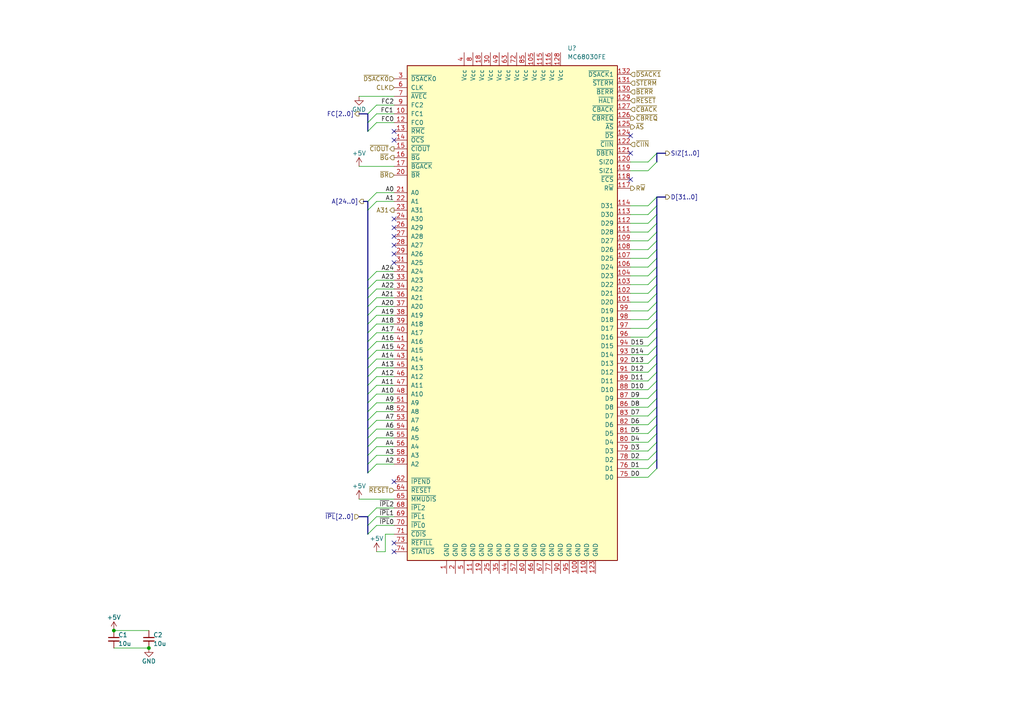
<source format=kicad_sch>
(kicad_sch (version 20211123) (generator eeschema)
  (paper "A4")
  (lib_symbols
    (symbol "Device:C_Small" (pin_numbers hide) (pin_names (offset 0.254) hide)
      (property "Reference" "C" (at 0.254 1.778 0))
      (property "Value" "C_Small" (at 0.254 -2.032 0))
      (symbol "C_Small_0_1"
        (polyline (pts (xy -1.524 -0.508) (xy 1.524 -0.508)) (stroke (width 0.3302)))
        (polyline (pts (xy -1.524 0.508) (xy 1.524 0.508)) (stroke (width 0.3048)))
      )
      (symbol "C_Small_1_1"
        (pin passive line (at 0 2.54 270) (length 2.032) (name "~") (number "1"))
        (pin passive line (at 0 -2.54 90) (length 2.032) (name "~") (number "2"))
      )
    )
    (symbol "GW_CPU:MC68030FE" (pin_names (offset 1.016))
      (property "Reference" "U" (at 1.27 66.04 0))
      (property "Value" "MC68030FE" (at 1.27 63.5 0))
      (symbol "MC68030FE_0_1"
        (rectangle (start 30.48 -60.96) (end -30.48 82.55) (stroke (width 0.254)) (fill (type background)))
      )
      (symbol "MC68030FE_1_1"
        (pin power_in line (at -19.05 -64.77 90) (length 3.81) (name "GND") (number "1"))
        (pin tri_state line (at -34.29 68.58 0) (length 3.81) (name "FC1") (number "10"))
        (pin power_in line (at 19.05 -64.77 90) (length 3.81) (name "GND") (number "100"))
        (pin bidirectional line (at 34.29 13.97 180) (length 3.81) (name "D20") (number "101"))
        (pin bidirectional line (at 34.29 16.51 180) (length 3.81) (name "D21") (number "102"))
        (pin bidirectional line (at 34.29 19.05 180) (length 3.81) (name "D22") (number "103"))
        (pin bidirectional line (at 34.29 21.59 180) (length 3.81) (name "D23") (number "104"))
        (pin power_in line (at 6.35 86.36 270) (length 3.81) (name "Vcc") (number "105"))
        (pin bidirectional line (at 34.29 24.13 180) (length 3.81) (name "D24") (number "106"))
        (pin bidirectional line (at 34.29 26.67 180) (length 3.81) (name "D25") (number "107"))
        (pin bidirectional line (at 34.29 29.21 180) (length 3.81) (name "D26") (number "108"))
        (pin bidirectional line (at 34.29 31.75 180) (length 3.81) (name "D27") (number "109"))
        (pin power_in line (at -11.43 -64.77 90) (length 3.81) (name "GND") (number "11"))
        (pin power_in line (at 21.59 -64.77 90) (length 3.81) (name "GND") (number "110"))
        (pin bidirectional line (at 34.29 34.29 180) (length 3.81) (name "D28") (number "111"))
        (pin bidirectional line (at 34.29 36.83 180) (length 3.81) (name "D29") (number "112"))
        (pin bidirectional line (at 34.29 39.37 180) (length 3.81) (name "D30") (number "113"))
        (pin bidirectional line (at 34.29 41.91 180) (length 3.81) (name "D31") (number "114"))
        (pin power_in line (at 8.89 86.36 270) (length 3.81) (name "Vcc") (number "115"))
        (pin power_in line (at 11.43 86.36 270) (length 3.81) (name "Vcc") (number "116"))
        (pin tri_state line (at 34.29 46.99 180) (length 3.81) (name "R~{W}") (number "117"))
        (pin tri_state line (at 34.29 49.53 180) (length 3.81) (name "~{ECS}") (number "118"))
        (pin tri_state line (at 34.29 52.07 180) (length 3.81) (name "SIZ1") (number "119"))
        (pin tri_state line (at -34.29 66.04 0) (length 3.81) (name "FC0") (number "12"))
        (pin tri_state line (at 34.29 54.61 180) (length 3.81) (name "SIZ0") (number "120"))
        (pin output line (at 34.29 57.15 180) (length 3.81) (name "~{DBEN}") (number "121"))
        (pin input line (at 34.29 59.69 180) (length 3.81) (name "~{CIIN}") (number "122"))
        (pin power_in line (at 24.13 -64.77 90) (length 3.81) (name "GND") (number "123"))
        (pin tri_state line (at 34.29 62.23 180) (length 3.81) (name "~{DS}") (number "124"))
        (pin tri_state line (at 34.29 64.77 180) (length 3.81) (name "~{AS}") (number "125"))
        (pin tri_state line (at 34.29 67.31 180) (length 3.81) (name "~{CBREQ}") (number "126"))
        (pin input line (at 34.29 69.85 180) (length 3.81) (name "~{CBACK}") (number "127"))
        (pin power_in line (at 13.97 86.36 270) (length 3.81) (name "Vcc") (number "128"))
        (pin input line (at 34.29 72.39 180) (length 3.81) (name "~{HALT}") (number "129"))
        (pin tri_state line (at -34.29 63.5 0) (length 3.81) (name "~{RMC}") (number "13"))
        (pin input line (at 34.29 74.93 180) (length 3.81) (name "~{BERR}") (number "130"))
        (pin input line (at 34.29 77.47 180) (length 3.81) (name "~{STERM}") (number "131"))
        (pin input line (at 34.29 80.01 180) (length 3.81) (name "~{DSACK}1") (number "132"))
        (pin tri_state line (at -34.29 60.96 0) (length 3.81) (name "~{OCS}") (number "14"))
        (pin tri_state line (at -34.29 58.42 0) (length 3.81) (name "~{CIOUT}") (number "15"))
        (pin output line (at -34.29 55.88 0) (length 3.81) (name "~{BG}") (number "16"))
        (pin input line (at -34.29 53.34 0) (length 3.81) (name "~{BGACK}") (number "17"))
        (pin power_in line (at -8.89 86.36 270) (length 3.81) (name "Vcc") (number "18"))
        (pin power_in line (at -8.89 -64.77 90) (length 3.81) (name "GND") (number "19"))
        (pin power_in line (at -16.51 -64.77 90) (length 3.81) (name "GND") (number "2"))
        (pin input line (at -34.29 50.8 0) (length 3.81) (name "~{BR}") (number "20"))
        (pin tri_state line (at -34.29 45.72 0) (length 3.81) (name "A0") (number "21"))
        (pin tri_state line (at -34.29 43.18 0) (length 3.81) (name "A1") (number "22"))
        (pin tri_state line (at -34.29 40.64 0) (length 3.81) (name "A31") (number "23"))
        (pin tri_state line (at -34.29 38.1 0) (length 3.81) (name "A30") (number "24"))
        (pin power_in line (at -6.35 -64.77 90) (length 3.81) (name "GND") (number "25"))
        (pin tri_state line (at -34.29 35.56 0) (length 3.81) (name "A29") (number "26"))
        (pin tri_state line (at -34.29 33.02 0) (length 3.81) (name "A28") (number "27"))
        (pin tri_state line (at -34.29 30.48 0) (length 3.81) (name "A27") (number "28"))
        (pin tri_state line (at -34.29 27.94 0) (length 3.81) (name "A26") (number "29"))
        (pin input line (at -34.29 78.74 0) (length 3.81) (name "~{DSACK}0") (number "3"))
        (pin power_in line (at -6.35 86.36 270) (length 3.81) (name "Vcc") (number "30"))
        (pin tri_state line (at -34.29 25.4 0) (length 3.81) (name "A25") (number "31"))
        (pin tri_state line (at -34.29 22.86 0) (length 3.81) (name "A24") (number "32"))
        (pin tri_state line (at -34.29 20.32 0) (length 3.81) (name "A23") (number "33"))
        (pin tri_state line (at -34.29 17.78 0) (length 3.81) (name "A22") (number "34"))
        (pin power_in line (at -3.81 -64.77 90) (length 3.81) (name "GND") (number "35"))
        (pin tri_state line (at -34.29 15.24 0) (length 3.81) (name "A21") (number "36"))
        (pin tri_state line (at -34.29 12.7 0) (length 3.81) (name "A20") (number "37"))
        (pin tri_state line (at -34.29 10.16 0) (length 3.81) (name "A19") (number "38"))
        (pin tri_state line (at -34.29 7.62 0) (length 3.81) (name "A18") (number "39"))
        (pin power_in line (at -13.97 86.36 270) (length 3.81) (name "Vcc") (number "4"))
        (pin tri_state line (at -34.29 5.08 0) (length 3.81) (name "A17") (number "40"))
        (pin tri_state line (at -34.29 2.54 0) (length 3.81) (name "A16") (number "41"))
        (pin tri_state line (at -34.29 0 0) (length 3.81) (name "A15") (number "42"))
        (pin tri_state line (at -34.29 -2.54 0) (length 3.81) (name "A14") (number "43"))
        (pin power_in line (at -1.27 -64.77 90) (length 3.81) (name "GND") (number "44"))
        (pin tri_state line (at -34.29 -5.08 0) (length 3.81) (name "A13") (number "45"))
        (pin tri_state line (at -34.29 -7.62 0) (length 3.81) (name "A12") (number "46"))
        (pin tri_state line (at -34.29 -10.16 0) (length 3.81) (name "A11") (number "47"))
        (pin tri_state line (at -34.29 -12.7 0) (length 3.81) (name "A10") (number "48"))
        (pin power_in line (at -3.81 86.36 270) (length 3.81) (name "Vcc") (number "49"))
        (pin power_in line (at -13.97 -64.77 90) (length 3.81) (name "GND") (number "5"))
        (pin tri_state line (at -34.29 -15.24 0) (length 3.81) (name "A9") (number "51"))
        (pin tri_state line (at -34.29 -17.78 0) (length 3.81) (name "A8") (number "52"))
        (pin tri_state line (at -34.29 -20.32 0) (length 3.81) (name "A7") (number "53"))
        (pin tri_state line (at -34.29 -22.86 0) (length 3.81) (name "A6") (number "54"))
        (pin tri_state line (at -34.29 -25.4 0) (length 3.81) (name "A5") (number "55"))
        (pin tri_state line (at -34.29 -27.94 0) (length 3.81) (name "A4") (number "56"))
        (pin power_in line (at 1.27 -64.77 90) (length 3.81) (name "GND") (number "57"))
        (pin tri_state line (at -34.29 -30.48 0) (length 3.81) (name "A3") (number "58"))
        (pin tri_state line (at -34.29 -33.02 0) (length 3.81) (name "A2") (number "59"))
        (pin input line (at -34.29 76.2 0) (length 3.81) (name "CLK") (number "6"))
        (pin power_in line (at 3.81 -64.77 90) (length 3.81) (name "GND") (number "60"))
        (pin output line (at -34.29 -38.1 0) (length 3.81) (name "~{IPEND}") (number "62"))
        (pin power_in line (at -1.27 86.36 270) (length 3.81) (name "Vcc") (number "63"))
        (pin open_collector line (at -34.29 -40.64 0) (length 3.81) (name "~{RESET}") (number "64"))
        (pin input line (at -34.29 -43.18 0) (length 3.81) (name "~{MMUDIS}") (number "65"))
        (pin power_in line (at 6.35 -64.77 90) (length 3.81) (name "GND") (number "66"))
        (pin power_in line (at 8.89 -64.77 90) (length 3.81) (name "GND") (number "67"))
        (pin input line (at -34.29 -45.72 0) (length 3.81) (name "~{IPL}2") (number "68"))
        (pin input line (at -34.29 -48.26 0) (length 3.81) (name "~{IPL}1") (number "69"))
        (pin input line (at -34.29 73.66 0) (length 3.81) (name "~{AVEC}") (number "7"))
        (pin input line (at -34.29 -50.8 0) (length 3.81) (name "~{IPL}0") (number "70"))
        (pin input line (at -34.29 -53.34 0) (length 3.81) (name "~{CDIS}") (number "71"))
        (pin power_in line (at 1.27 86.36 270) (length 3.81) (name "Vcc") (number "72"))
        (pin output line (at -34.29 -55.88 0) (length 3.81) (name "~{REFILL}") (number "73"))
        (pin output line (at -34.29 -58.42 0) (length 3.81) (name "~{STATUS}") (number "74"))
        (pin bidirectional line (at 34.29 -36.83 180) (length 3.81) (name "D0") (number "75"))
        (pin bidirectional line (at 34.29 -34.29 180) (length 3.81) (name "D1") (number "76"))
        (pin power_in line (at 11.43 -64.77 90) (length 3.81) (name "GND") (number "77"))
        (pin bidirectional line (at 34.29 -31.75 180) (length 3.81) (name "D2") (number "78"))
        (pin bidirectional line (at 34.29 -29.21 180) (length 3.81) (name "D3") (number "79"))
        (pin power_in line (at -11.43 86.36 270) (length 3.81) (name "Vcc") (number "8"))
        (pin bidirectional line (at 34.29 -26.67 180) (length 3.81) (name "D4") (number "80"))
        (pin bidirectional line (at 34.29 -24.13 180) (length 3.81) (name "D5") (number "81"))
        (pin bidirectional line (at 34.29 -21.59 180) (length 3.81) (name "D6") (number "82"))
        (pin bidirectional line (at 34.29 -19.05 180) (length 3.81) (name "D7") (number "83"))
        (pin power_in line (at 3.81 86.36 270) (length 3.81) (name "Vcc") (number "85"))
        (pin bidirectional line (at 34.29 -16.51 180) (length 3.81) (name "D8") (number "86"))
        (pin bidirectional line (at 34.29 -13.97 180) (length 3.81) (name "D9") (number "87"))
        (pin bidirectional line (at 34.29 -11.43 180) (length 3.81) (name "D10") (number "88"))
        (pin bidirectional line (at 34.29 -8.89 180) (length 3.81) (name "D11") (number "89"))
        (pin tri_state line (at -34.29 71.12 0) (length 3.81) (name "FC2") (number "9"))
        (pin power_in line (at 13.97 -64.77 90) (length 3.81) (name "GND") (number "90"))
        (pin bidirectional line (at 34.29 -6.35 180) (length 3.81) (name "D12") (number "91"))
        (pin bidirectional line (at 34.29 -3.81 180) (length 3.81) (name "D13") (number "92"))
        (pin bidirectional line (at 34.29 -1.27 180) (length 3.81) (name "D14") (number "93"))
        (pin bidirectional line (at 34.29 1.27 180) (length 3.81) (name "D15") (number "94"))
        (pin power_in line (at 16.51 -64.77 90) (length 3.81) (name "GND") (number "95"))
        (pin bidirectional line (at 34.29 3.81 180) (length 3.81) (name "D16") (number "96"))
        (pin bidirectional line (at 34.29 6.35 180) (length 3.81) (name "D17") (number "97"))
        (pin bidirectional line (at 34.29 8.89 180) (length 3.81) (name "D18") (number "98"))
        (pin bidirectional line (at 34.29 11.43 180) (length 3.81) (name "D19") (number "99"))
      )
    )
    (symbol "power:+5V" (power) (pin_names (offset 0))
      (property "Value" "+5V" (at 0 3.556 0))
      (symbol "+5V_0_1"
        (polyline (pts (xy -0.762 1.27) (xy 0 2.54)))
        (polyline (pts (xy 0 0) (xy 0 2.54)))
        (polyline (pts (xy 0 2.54) (xy 0.762 1.27)))
      )
      (symbol "+5V_1_1"
        (pin power_in line (at 0 0 90) (length 0) hide (name "+5V") (number "1"))
      )
    )
    (symbol "power:GND" (power) (pin_names (offset 0))
      (property "Value" "GND" (at 0 -3.81 0))
      (symbol "GND_0_1"
        (polyline (pts (xy 0 0) (xy 0 -1.27) (xy 1.27 -1.27) (xy 0 -2.54) (xy -1.27 -1.27) (xy 0 -1.27)))
      )
      (symbol "GND_1_1"
        (pin power_in line (at 0 0 270) (length 0) hide (name "GND") (number "1"))
      )
    )
  )
  (junction (at 43.18 187.96))
  (junction (at 33.02 182.88))
  (no_connect (at 114.3 157.48))
  (no_connect (at 114.3 160.02))
  (no_connect (at 114.3 139.7))
  (no_connect (at 182.88 44.45))
  (no_connect (at 114.3 63.5))
  (no_connect (at 114.3 66.04))
  (no_connect (at 114.3 68.58))
  (no_connect (at 114.3 71.12))
  (no_connect (at 114.3 73.66))
  (no_connect (at 114.3 76.2))
  (no_connect (at 182.88 52.07))
  (no_connect (at 182.88 39.37))
  (no_connect (at 114.3 40.64))
  (no_connect (at 114.3 38.1))
  (bus_entry (at 109.22 152.4) (size -2.54 2.54))
  (bus_entry (at 109.22 96.52) (size -2.54 2.54))
  (bus_entry (at 109.22 147.32) (size -2.54 2.54))
  (bus_entry (at 187.96 102.87) (size 2.54 -2.54))
  (bus_entry (at 109.22 127) (size -2.54 2.54))
  (bus_entry (at 187.96 59.69) (size 2.54 -2.54))
  (bus_entry (at 187.96 64.77) (size 2.54 -2.54))
  (bus_entry (at 187.96 110.49) (size 2.54 -2.54))
  (bus_entry (at 109.22 104.14) (size -2.54 2.54))
  (bus_entry (at 187.96 80.01) (size 2.54 -2.54))
  (bus_entry (at 187.96 67.31) (size 2.54 -2.54))
  (bus_entry (at 187.96 46.99) (size 2.54 -2.54))
  (bus_entry (at 187.96 69.85) (size 2.54 -2.54))
  (bus_entry (at 109.22 88.9) (size -2.54 2.54))
  (bus_entry (at 187.96 95.25) (size 2.54 -2.54))
  (bus_entry (at 109.22 83.82) (size -2.54 2.54))
  (bus_entry (at 187.96 74.93) (size 2.54 -2.54))
  (bus_entry (at 109.22 86.36) (size -2.54 2.54))
  (bus_entry (at 109.22 99.06) (size -2.54 2.54))
  (bus_entry (at 109.22 93.98) (size -2.54 2.54))
  (bus_entry (at 187.96 62.23) (size 2.54 -2.54))
  (bus_entry (at 187.96 72.39) (size 2.54 -2.54))
  (bus_entry (at 187.96 105.41) (size 2.54 -2.54))
  (bus_entry (at 187.96 90.17) (size 2.54 -2.54))
  (bus_entry (at 109.22 119.38) (size -2.54 2.54))
  (bus_entry (at 109.22 30.48) (size -2.54 2.54))
  (bus_entry (at 109.22 33.02) (size -2.54 2.54))
  (bus_entry (at 187.96 97.79) (size 2.54 -2.54))
  (bus_entry (at 109.22 114.3) (size -2.54 2.54))
  (bus_entry (at 187.96 82.55) (size 2.54 -2.54))
  (bus_entry (at 109.22 101.6) (size -2.54 2.54))
  (bus_entry (at 109.22 55.88) (size -2.54 2.54))
  (bus_entry (at 109.22 149.86) (size -2.54 2.54))
  (bus_entry (at 187.96 138.43) (size 2.54 -2.54))
  (bus_entry (at 187.96 92.71) (size 2.54 -2.54))
  (bus_entry (at 187.96 77.47) (size 2.54 -2.54))
  (bus_entry (at 187.96 113.03) (size 2.54 -2.54))
  (bus_entry (at 187.96 85.09) (size 2.54 -2.54))
  (bus_entry (at 187.96 123.19) (size 2.54 -2.54))
  (bus_entry (at 187.96 118.11) (size 2.54 -2.54))
  (bus_entry (at 187.96 130.81) (size 2.54 -2.54))
  (bus_entry (at 187.96 133.35) (size 2.54 -2.54))
  (bus_entry (at 109.22 58.42) (size -2.54 2.54))
  (bus_entry (at 187.96 115.57) (size 2.54 -2.54))
  (bus_entry (at 109.22 116.84) (size -2.54 2.54))
  (bus_entry (at 109.22 81.28) (size -2.54 2.54))
  (bus_entry (at 187.96 107.95) (size 2.54 -2.54))
  (bus_entry (at 187.96 49.53) (size 2.54 -2.54))
  (bus_entry (at 109.22 78.74) (size -2.54 2.54))
  (bus_entry (at 109.22 134.62) (size -2.54 2.54))
  (bus_entry (at 109.22 91.44) (size -2.54 2.54))
  (bus_entry (at 109.22 132.08) (size -2.54 2.54))
  (bus_entry (at 109.22 129.54) (size -2.54 2.54))
  (bus_entry (at 187.96 135.89) (size 2.54 -2.54))
  (bus_entry (at 187.96 125.73) (size 2.54 -2.54))
  (bus_entry (at 109.22 121.92) (size -2.54 2.54))
  (bus_entry (at 187.96 120.65) (size 2.54 -2.54))
  (bus_entry (at 187.96 128.27) (size 2.54 -2.54))
  (bus_entry (at 109.22 111.76) (size -2.54 2.54))
  (bus_entry (at 109.22 35.56) (size -2.54 2.54))
  (bus_entry (at 187.96 87.63) (size 2.54 -2.54))
  (bus_entry (at 109.22 124.46) (size -2.54 2.54))
  (bus_entry (at 187.96 100.33) (size 2.54 -2.54))
  (bus_entry (at 109.22 106.68) (size -2.54 2.54))
  (bus_entry (at 109.22 109.22) (size -2.54 2.54))
  (bus (pts (xy 190.5 107.95) (xy 190.5 105.41)))
  (wire (pts (xy 114.3 114.3) (xy 109.22 114.3)))
  (bus (pts (xy 106.68 119.38) (xy 106.68 121.92)))
  (wire (pts (xy 114.3 35.56) (xy 109.22 35.56)))
  (wire (pts (xy 182.88 133.35) (xy 187.96 133.35)))
  (bus (pts (xy 190.5 57.15) (xy 193.04 57.15)))
  (wire (pts (xy 182.88 115.57) (xy 187.96 115.57)))
  (bus (pts (xy 190.5 59.69) (xy 190.5 62.23)))
  (wire (pts (xy 182.88 118.11) (xy 187.96 118.11)))
  (wire (pts (xy 182.88 97.79) (xy 187.96 97.79)))
  (bus (pts (xy 106.68 60.96) (xy 106.68 81.28)))
  (bus (pts (xy 106.68 127) (xy 106.68 129.54)))
  (wire (pts (xy 114.3 124.46) (xy 109.22 124.46)))
  (bus (pts (xy 106.68 109.22) (xy 106.68 111.76)))
  (bus (pts (xy 106.68 101.6) (xy 106.68 104.14)))
  (bus (pts (xy 190.5 113.03) (xy 190.5 110.49)))
  (wire (pts (xy 114.3 91.44) (xy 109.22 91.44)))
  (bus (pts (xy 190.5 87.63) (xy 190.5 90.17)))
  (wire (pts (xy 104.14 48.26) (xy 114.3 48.26)))
  (wire (pts (xy 114.3 99.06) (xy 109.22 99.06)))
  (bus (pts (xy 106.68 132.08) (xy 106.68 134.62)))
  (bus (pts (xy 106.68 111.76) (xy 106.68 114.3)))
  (bus (pts (xy 105.41 58.42) (xy 106.68 58.42)))
  (wire (pts (xy 182.88 128.27) (xy 187.96 128.27)))
  (wire (pts (xy 182.88 105.41) (xy 187.96 105.41)))
  (wire (pts (xy 182.88 46.99) (xy 187.96 46.99)))
  (bus (pts (xy 106.68 91.44) (xy 106.68 93.98)))
  (bus (pts (xy 190.5 115.57) (xy 190.5 113.03)))
  (bus (pts (xy 190.5 80.01) (xy 190.5 82.55)))
  (wire (pts (xy 182.88 80.01) (xy 187.96 80.01)))
  (bus (pts (xy 190.5 105.41) (xy 190.5 102.87)))
  (bus (pts (xy 190.5 110.49) (xy 190.5 107.95)))
  (bus (pts (xy 190.5 123.19) (xy 190.5 120.65)))
  (bus (pts (xy 190.5 120.65) (xy 190.5 118.11)))
  (wire (pts (xy 114.3 134.62) (xy 109.22 134.62)))
  (wire (pts (xy 114.3 83.82) (xy 109.22 83.82)))
  (wire (pts (xy 182.88 113.03) (xy 187.96 113.03)))
  (bus (pts (xy 190.5 44.45) (xy 190.5 46.99)))
  (bus (pts (xy 106.68 124.46) (xy 106.68 127)))
  (bus (pts (xy 106.68 129.54) (xy 106.68 132.08)))
  (bus (pts (xy 190.5 67.31) (xy 190.5 69.85)))
  (wire (pts (xy 182.88 62.23) (xy 187.96 62.23)))
  (wire (pts (xy 114.3 109.22) (xy 109.22 109.22)))
  (bus (pts (xy 106.68 99.06) (xy 106.68 101.6)))
  (bus (pts (xy 190.5 62.23) (xy 190.5 64.77)))
  (bus (pts (xy 190.5 130.81) (xy 190.5 128.27)))
  (wire (pts (xy 182.88 123.19) (xy 187.96 123.19)))
  (wire (pts (xy 114.3 33.02) (xy 109.22 33.02)))
  (wire (pts (xy 182.88 69.85) (xy 187.96 69.85)))
  (bus (pts (xy 190.5 64.77) (xy 190.5 67.31)))
  (bus (pts (xy 190.5 69.85) (xy 190.5 72.39)))
  (bus (pts (xy 190.5 128.27) (xy 190.5 125.73)))
  (bus (pts (xy 106.68 86.36) (xy 106.68 88.9)))
  (wire (pts (xy 104.14 144.78) (xy 114.3 144.78)))
  (bus (pts (xy 190.5 77.47) (xy 190.5 80.01)))
  (wire (pts (xy 114.3 106.68) (xy 109.22 106.68)))
  (bus (pts (xy 190.5 44.45) (xy 193.04 44.45)))
  (bus (pts (xy 106.68 114.3) (xy 106.68 116.84)))
  (wire (pts (xy 182.88 49.53) (xy 187.96 49.53)))
  (wire (pts (xy 114.3 55.88) (xy 109.22 55.88)))
  (wire (pts (xy 114.3 104.14) (xy 109.22 104.14)))
  (bus (pts (xy 106.68 106.68) (xy 106.68 109.22)))
  (wire (pts (xy 114.3 86.36) (xy 109.22 86.36)))
  (bus (pts (xy 190.5 85.09) (xy 190.5 87.63)))
  (bus (pts (xy 190.5 135.89) (xy 190.5 133.35)))
  (wire (pts (xy 182.88 130.81) (xy 187.96 130.81)))
  (wire (pts (xy 114.3 96.52) (xy 109.22 96.52)))
  (wire (pts (xy 114.3 111.76) (xy 109.22 111.76)))
  (bus (pts (xy 190.5 100.33) (xy 190.5 97.79)))
  (bus (pts (xy 106.68 149.86) (xy 106.68 152.4)))
  (wire (pts (xy 114.3 119.38) (xy 109.22 119.38)))
  (wire (pts (xy 182.88 107.95) (xy 187.96 107.95)))
  (bus (pts (xy 106.68 83.82) (xy 106.68 86.36)))
  (bus (pts (xy 106.68 81.28) (xy 106.68 83.82)))
  (wire (pts (xy 114.3 129.54) (xy 109.22 129.54)))
  (wire (pts (xy 182.88 72.39) (xy 187.96 72.39)))
  (bus (pts (xy 106.68 33.02) (xy 106.68 35.56)))
  (wire (pts (xy 182.88 100.33) (xy 187.96 100.33)))
  (wire (pts (xy 114.3 121.92) (xy 109.22 121.92)))
  (bus (pts (xy 190.5 102.87) (xy 190.5 100.33)))
  (wire (pts (xy 114.3 93.98) (xy 109.22 93.98)))
  (bus (pts (xy 190.5 82.55) (xy 190.5 85.09)))
  (bus (pts (xy 190.5 92.71) (xy 190.5 95.25)))
  (wire (pts (xy 182.88 82.55) (xy 187.96 82.55)))
  (wire (pts (xy 114.3 78.74) (xy 109.22 78.74)))
  (wire (pts (xy 114.3 88.9) (xy 109.22 88.9)))
  (wire (pts (xy 109.22 147.32) (xy 114.3 147.32)))
  (wire (pts (xy 114.3 154.94) (xy 111.76 154.94)))
  (bus (pts (xy 106.68 93.98) (xy 106.68 96.52)))
  (wire (pts (xy 33.02 182.88) (xy 43.18 182.88)))
  (bus (pts (xy 106.68 121.92) (xy 106.68 124.46)))
  (bus (pts (xy 106.68 116.84) (xy 106.68 119.38)))
  (bus (pts (xy 190.5 118.11) (xy 190.5 115.57)))
  (bus (pts (xy 190.5 125.73) (xy 190.5 123.19)))
  (wire (pts (xy 104.14 27.94) (xy 114.3 27.94)))
  (wire (pts (xy 182.88 87.63) (xy 187.96 87.63)))
  (wire (pts (xy 182.88 92.71) (xy 187.96 92.71)))
  (wire (pts (xy 182.88 64.77) (xy 187.96 64.77)))
  (bus (pts (xy 106.68 88.9) (xy 106.68 91.44)))
  (wire (pts (xy 114.3 132.08) (xy 109.22 132.08)))
  (bus (pts (xy 106.68 104.14) (xy 106.68 106.68)))
  (wire (pts (xy 114.3 30.48) (xy 109.22 30.48)))
  (wire (pts (xy 182.88 95.25) (xy 187.96 95.25)))
  (wire (pts (xy 182.88 102.87) (xy 187.96 102.87)))
  (wire (pts (xy 111.76 160.02) (xy 109.22 160.02)))
  (bus (pts (xy 106.68 96.52) (xy 106.68 99.06)))
  (bus (pts (xy 190.5 133.35) (xy 190.5 130.81)))
  (wire (pts (xy 182.88 135.89) (xy 187.96 135.89)))
  (wire (pts (xy 109.22 149.86) (xy 114.3 149.86)))
  (wire (pts (xy 33.02 187.96) (xy 43.18 187.96)))
  (bus (pts (xy 104.14 33.02) (xy 106.68 33.02)))
  (bus (pts (xy 190.5 72.39) (xy 190.5 74.93)))
  (wire (pts (xy 182.88 125.73) (xy 187.96 125.73)))
  (wire (pts (xy 182.88 59.69) (xy 187.96 59.69)))
  (wire (pts (xy 114.3 127) (xy 109.22 127)))
  (wire (pts (xy 182.88 110.49) (xy 187.96 110.49)))
  (wire (pts (xy 114.3 81.28) (xy 109.22 81.28)))
  (wire (pts (xy 182.88 67.31) (xy 187.96 67.31)))
  (bus (pts (xy 190.5 57.15) (xy 190.5 59.69)))
  (wire (pts (xy 109.22 152.4) (xy 114.3 152.4)))
  (wire (pts (xy 111.76 154.94) (xy 111.76 160.02)))
  (wire (pts (xy 114.3 58.42) (xy 109.22 58.42)))
  (wire (pts (xy 114.3 101.6) (xy 109.22 101.6)))
  (wire (pts (xy 114.3 116.84) (xy 109.22 116.84)))
  (bus (pts (xy 190.5 74.93) (xy 190.5 77.47)))
  (bus (pts (xy 106.68 134.62) (xy 106.68 137.16)))
  (wire (pts (xy 182.88 85.09) (xy 187.96 85.09)))
  (bus (pts (xy 190.5 95.25) (xy 190.5 97.79)))
  (wire (pts (xy 182.88 138.43) (xy 187.96 138.43)))
  (wire (pts (xy 182.88 120.65) (xy 187.96 120.65)))
  (wire (pts (xy 182.88 77.47) (xy 187.96 77.47)))
  (bus (pts (xy 104.14 149.86) (xy 106.68 149.86)))
  (bus (pts (xy 106.68 38.1) (xy 106.68 35.56)))
  (wire (pts (xy 182.88 74.93) (xy 187.96 74.93)))
  (bus (pts (xy 106.68 58.42) (xy 106.68 60.96)))
  (bus (pts (xy 190.5 90.17) (xy 190.5 92.71)))
  (wire (pts (xy 182.88 90.17) (xy 187.96 90.17)))
  (bus (pts (xy 106.68 152.4) (xy 106.68 154.94)))
  (label "D12" (at 182.88 107.95 0))
  (label "A18" (at 114.3 93.98 180))
  (label "D4" (at 182.88 128.27 0))
  (label "D14" (at 182.88 102.87 0))
  (label "A10" (at 114.3 114.3 180))
  (label "A9" (at 114.3 116.84 180))
  (label "D13" (at 182.88 105.41 0))
  (label "A2" (at 114.3 134.62 180))
  (label "D8" (at 182.88 118.11 0))
  (label "D2" (at 182.88 133.35 0))
  (label "A24" (at 114.3 78.74 180))
  (label "A7" (at 114.3 121.92 180))
  (label "A1" (at 114.3 58.42 180))
  (label "D1" (at 182.88 135.89 0))
  (label "FC0" (at 114.3 35.56 180))
  (label "D15" (at 182.88 100.33 0))
  (label "A14" (at 114.3 104.14 180))
  (label "A23" (at 114.3 81.28 180))
  (label "A21" (at 114.3 86.36 180))
  (label "D10" (at 182.88 113.03 0))
  (label "A19" (at 114.3 91.44 180))
  (label "D9" (at 182.88 115.57 0))
  (label "A5" (at 114.3 127 180))
  (label "A13" (at 114.3 106.68 180))
  (label "A16" (at 114.3 99.06 180))
  (label "A15" (at 114.3 101.6 180))
  (label "A4" (at 114.3 129.54 180))
  (label "~{IPL}1" (at 114.3 149.86 180))
  (label "D5" (at 182.88 125.73 0))
  (label "~{IPL}0" (at 114.3 152.4 180))
  (label "A6" (at 114.3 124.46 180))
  (label "FC2" (at 114.3 30.48 180))
  (label "~{IPL}2" (at 114.3 147.32 180))
  (label "D6" (at 182.88 123.19 0))
  (label "D3" (at 182.88 130.81 0))
  (label "A3" (at 114.3 132.08 180))
  (label "D11" (at 182.88 110.49 0))
  (label "A22" (at 114.3 83.82 180))
  (label "A20" (at 114.3 88.9 180))
  (label "A11" (at 114.3 111.76 180))
  (label "A17" (at 114.3 96.52 180))
  (label "D7" (at 182.88 120.65 0))
  (label "A12" (at 114.3 109.22 180))
  (label "A0" (at 114.3 55.88 180))
  (label "D0" (at 182.88 138.43 0))
  (label "A8" (at 114.3 119.38 180))
  (label "FC1" (at 114.1455 33.02 180))
  (hierarchical_label "R~{W}" (shape output) (at 182.88 54.61 0))
  (hierarchical_label "~{BR}" (shape input) (at 114.3 50.8 180))
  (hierarchical_label "~{CBACK}" (shape input) (at 182.88 31.75 0))
  (hierarchical_label "~{RESET}" (shape input) (at 182.88 29.21 0))
  (hierarchical_label "~{DSACK1}" (shape input) (at 182.88 21.59 0))
  (hierarchical_label "A[24..0]" (shape output) (at 105.41 58.42 180))
  (hierarchical_label "D[31..0]" (shape output) (at 193.04 57.15 0))
  (hierarchical_label "~{RESET}" (shape input) (at 114.3 142.24 180))
  (hierarchical_label "~{BERR}" (shape input) (at 182.88 26.67 0))
  (hierarchical_label "~{CIOUT}" (shape output) (at 114.3 43.18 180))
  (hierarchical_label "SIZ[1..0]" (shape output) (at 193.04 44.45 0))
  (hierarchical_label "~{IPL}[2..0]" (shape input) (at 104.14 149.86 180))
  (hierarchical_label "~{CBREQ}" (shape output) (at 182.88 34.29 0))
  (hierarchical_label "~{CIIN}" (shape input) (at 182.88 41.91 0))
  (hierarchical_label "CLK" (shape input) (at 114.3 25.4 180))
  (hierarchical_label "~{STERM}" (shape input) (at 182.88 24.13 0))
  (hierarchical_label "FC[2..0]" (shape output) (at 104.14 33.02 180))
  (hierarchical_label "~{AS}" (shape output) (at 182.88 36.83 0))
  (hierarchical_label "A31" (shape output) (at 114.3 60.96 180))
  (hierarchical_label "~{DSACK0}" (shape input) (at 114.3 22.86 180))
  (hierarchical_label "~{BG}" (shape output) (at 114.3 45.72 180))
  (symbol (lib_id "power:+5V") (at 33.02 182.88 0) (unit 1)
    (property "Reference" "#PWR0104" (effects hide))
    (property "Value" "+5V" (at 33.02 179.07 0))
  )
  (symbol (lib_id "Device:C_Small") (at 43.18 185.42 0) (unit 1)
    (property "Reference" "C2" (at 44.45 184.15 0) (effects (justify left)))
    (property "Value" "10u" (at 44.45 186.69 0) (effects (justify left)))
    (property "Footprint" "stdpads:C_0805" (effects hide))
    (property "LCSC Part" "C15850" (effects hide))
  )
  (symbol (lib_id "Device:C_Small") (at 33.02 185.42 0) (unit 1)
    (property "Reference" "C1" (at 34.29 184.15 0) (effects (justify left)))
    (property "Value" "10u" (at 34.29 186.69 0) (effects (justify left)))
    (property "Footprint" "stdpads:C_0805" (effects hide))
    (property "LCSC Part" "C15850" (effects hide))
  )
  (symbol (lib_id "power:GND") (at 43.18 187.96 0) (unit 1)
    (property "Reference" "#PWR0126" (effects hide))
    (property "Value" "GND" (at 43.18 191.77 0))
  )
  (symbol (lib_id "power:GND") (at 104.14 27.94 0) (unit 1)
    (property "Reference" "#PWR?" (effects hide))
    (property "Value" "GND" (at 104.14 31.75 0))
  )
  (symbol (lib_id "GW_CPU:MC68030FE") (at 148.59 101.6 0) (unit 1)
    (property "Reference" "U?" (at 164.5794 13.97 0) (effects (justify left)))
    (property "Value" "MC68030FE" (at 164.5794 16.51 0) (effects (justify left)))
    (property "Footprint" "stdpads:Motorola_CQFP-132" (effects hide))
  )
  (symbol (lib_id "power:+5V") (at 104.14 48.26 0) (unit 1)
    (property "Reference" "#PWR?" (effects hide))
    (property "Value" "+5V" (at 104.14 44.45 0))
  )
  (symbol (lib_id "power:+5V") (at 109.22 160.02 0) (unit 1)
    (property "Reference" "#PWR?" (effects hide))
    (property "Value" "+5V" (at 109.22 156.21 0))
  )
  (symbol (lib_id "power:+5V") (at 104.14 144.78 0) (unit 1)
    (property "Reference" "#PWR?" (effects hide))
    (property "Value" "+5V" (at 104.14 140.97 0))
  )
)
</source>
